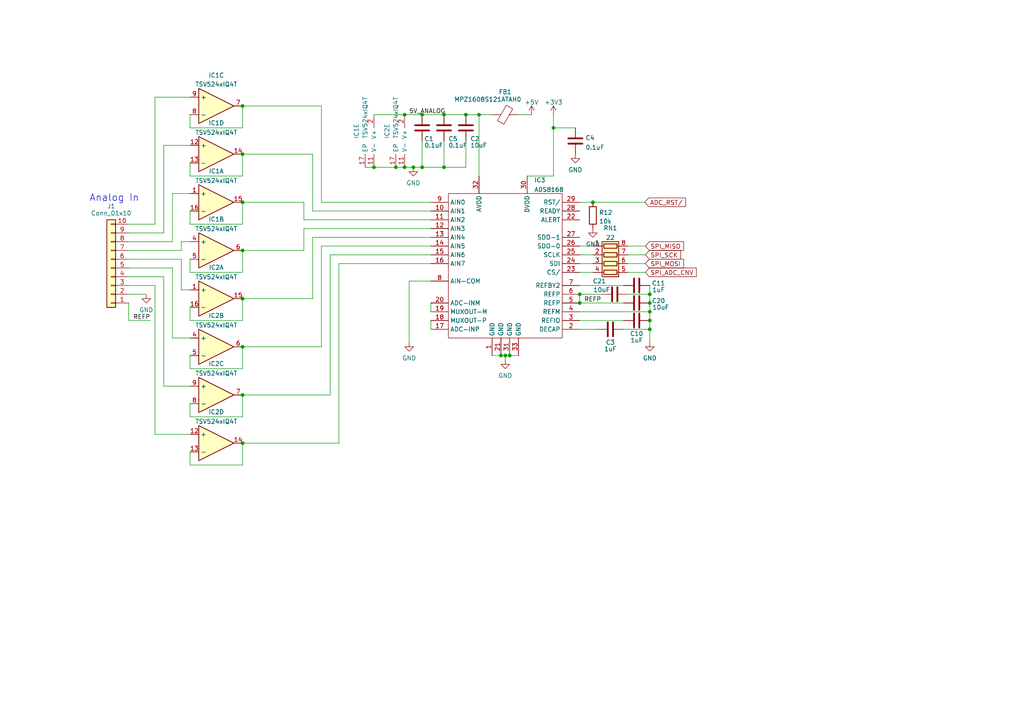
<source format=kicad_sch>
(kicad_sch (version 20211123) (generator eeschema)
  (paper "A4")
  (title_block (title "Bela Mini") (date "2022-05-17") (rev "C2") (company "Augmented Instruments Ltd"))
  (lib_symbols
    (symbol "Amplifier_Operational:TSV524xIQ4T"
      (property "Reference" "U" (at 2.54 5.08 0))
      (property "Value" "TSV524xIQ4T" (at 5.08 -5.08 0))
      (symbol "TSV524xIQ4T_1_1"
        (polyline (pts (xy -5.08 5.08) (xy 5.08 0) (xy -5.08 -5.08) (xy -5.08 5.08)) (stroke (width 0.254)) (fill (type background)))
        (pin input line (at -7.62 2.54 0) (length 2.54) (name "+") (number "1"))
        (pin output line (at 7.62 0 180) (length 2.54) (name "~") (number "15"))
        (pin input line (at -7.62 -2.54 0) (length 2.54) (name "-") (number "16"))
      )
      (symbol "TSV524xIQ4T_2_1"
        (polyline (pts (xy -5.08 5.08) (xy 5.08 0) (xy -5.08 -5.08) (xy -5.08 5.08)) (stroke (width 0.254)) (fill (type background)))
        (pin input line (at -7.62 2.54 0) (length 2.54) (name "+") (number "4"))
        (pin input line (at -7.62 -2.54 0) (length 2.54) (name "-") (number "5"))
        (pin output line (at 7.62 0 180) (length 2.54) (name "~") (number "6"))
      )
      (symbol "TSV524xIQ4T_3_1"
        (polyline (pts (xy -5.08 5.08) (xy 5.08 0) (xy -5.08 -5.08) (xy -5.08 5.08)) (stroke (width 0.254)) (fill (type background)))
        (pin output line (at 7.62 0 180) (length 2.54) (name "~") (number "7"))
        (pin input line (at -7.62 -2.54 0) (length 2.54) (name "-") (number "8"))
        (pin input line (at -7.62 2.54 0) (length 2.54) (name "+") (number "9"))
      )
      (symbol "TSV524xIQ4T_4_1"
        (polyline (pts (xy -5.08 5.08) (xy 5.08 0) (xy -5.08 -5.08) (xy -5.08 5.08)) (stroke (width 0.254)) (fill (type background)))
        (pin input line (at -7.62 2.54 0) (length 2.54) (name "+") (number "12"))
        (pin input line (at -7.62 -2.54 0) (length 2.54) (name "-") (number "13"))
        (pin output line (at 7.62 0 180) (length 2.54) (name "~") (number "14"))
      )
      (symbol "TSV524xIQ4T_5_1"
        (pin no_connect line (at -2.54 0 0) (length 3.81) hide (name "NC") (number "10"))
        (pin power_in line (at 0 -7.62 90) (length 3.81) (name "V-") (number "11"))
        (pin passive line (at -2.54 -7.62 90) (length 3.81) (name "EP") (number "17"))
        (pin power_in line (at 0 7.62 270) (length 3.81) (name "V+") (number "2"))
        (pin no_connect line (at -2.54 2.54 0) (length 3.81) hide (name "NC") (number "3"))
      )
    )
    (symbol "Bela:ADS8168"
      (property "Reference" "IC" (at -5.08 -7.62 0))
      (property "Value" "ADS8168" (at 11.43 -7.62 0))
      (symbol "ADS8168_0_1"
        (rectangle (start -17.78 -8.89) (end 15.24 -50.8) (stroke (width 0.1524)))
      )
      (symbol "ADS8168_1_1"
        (pin power_in line (at -5.08 -55.88 90) (length 5.08) (name "GND") (number "1"))
        (pin input line (at -22.86 -13.97 0) (length 5.08) (name "AIN1") (number "10"))
        (pin input line (at -22.86 -16.51 0) (length 5.08) (name "AIN2") (number "11"))
        (pin input line (at -22.86 -19.05 0) (length 5.08) (name "AIN3") (number "12"))
        (pin input line (at -22.86 -21.59 0) (length 5.08) (name "AIN4") (number "13"))
        (pin input line (at -22.86 -24.13 0) (length 5.08) (name "AIN5") (number "14"))
        (pin input line (at -22.86 -26.67 0) (length 5.08) (name "AIN6") (number "15"))
        (pin input line (at -22.86 -29.21 0) (length 5.08) (name "AIN7") (number "16"))
        (pin input line (at -22.86 -48.26 0) (length 5.08) (name "ADC-INP") (number "17"))
        (pin input line (at -22.86 -45.72 0) (length 5.08) (name "MUXOUT-P") (number "18"))
        (pin input line (at -22.86 -43.18 0) (length 5.08) (name "MUXOUT-M") (number "19"))
        (pin output line (at 20.32 -48.26 180) (length 5.08) (name "DECAP") (number "2"))
        (pin input line (at -22.86 -40.64 0) (length 5.08) (name "ADC-INM") (number "20"))
        (pin power_in line (at -2.54 -55.88 90) (length 5.08) (name "GND") (number "21"))
        (pin output line (at 20.32 -16.51 180) (length 5.08) (name "ALERT") (number "22"))
        (pin input line (at 20.32 -31.75 180) (length 5.08) (name "CS/") (number "23"))
        (pin input line (at 20.32 -29.21 180) (length 5.08) (name "SDI") (number "24"))
        (pin input line (at 20.32 -26.67 180) (length 5.08) (name "SCLK") (number "25"))
        (pin output line (at 20.32 -24.13 180) (length 5.08) (name "SDO-0") (number "26"))
        (pin output line (at 20.32 -21.59 180) (length 5.08) (name "SDO-1") (number "27"))
        (pin output line (at 20.32 -13.97 180) (length 5.08) (name "READY") (number "28"))
        (pin input line (at 20.32 -11.43 180) (length 5.08) (name "RST/") (number "29"))
        (pin output line (at 20.32 -45.72 180) (length 5.08) (name "REFIO") (number "3"))
        (pin power_in line (at 5.08 -3.81 270) (length 5.08) (name "DVDD") (number "30"))
        (pin power_in line (at 0 -55.88 90) (length 5.08) (name "GND") (number "31"))
        (pin power_in line (at -8.89 -3.81 270) (length 5.08) (name "AVDD") (number "32"))
        (pin power_in line (at 2.54 -55.88 90) (length 5.08) (name "GND") (number "33"))
        (pin output line (at 20.32 -43.18 180) (length 5.08) (name "REFM") (number "4"))
        (pin output line (at 20.32 -40.64 180) (length 5.08) (name "REFP") (number "5"))
        (pin output line (at 20.32 -38.1 180) (length 5.08) (name "REFP") (number "6"))
        (pin output line (at 20.32 -35.56 180) (length 5.08) (name "REFBY2") (number "7"))
        (pin input line (at -22.86 -34.29 0) (length 5.08) (name "AIN-COM") (number "8"))
        (pin input line (at -22.86 -11.43 0) (length 5.08) (name "AIN0") (number "9"))
      )
    )
    (symbol "Connector_Generic:Conn_01x10" (pin_names (offset 1.016) hide)
      (property "Reference" "J" (at 0 12.7 0))
      (property "Value" "Conn_01x10" (at 0 -15.24 0))
      (symbol "Conn_01x10_1_1"
        (rectangle (start -1.27 -12.573) (end 0 -12.827) (stroke (width 0.1524)))
        (rectangle (start -1.27 -10.033) (end 0 -10.287) (stroke (width 0.1524)))
        (rectangle (start -1.27 -7.493) (end 0 -7.747) (stroke (width 0.1524)))
        (rectangle (start -1.27 -4.953) (end 0 -5.207) (stroke (width 0.1524)))
        (rectangle (start -1.27 -2.413) (end 0 -2.667) (stroke (width 0.1524)))
        (rectangle (start -1.27 0.127) (end 0 -0.127) (stroke (width 0.1524)))
        (rectangle (start -1.27 2.667) (end 0 2.413) (stroke (width 0.1524)))
        (rectangle (start -1.27 5.207) (end 0 4.953) (stroke (width 0.1524)))
        (rectangle (start -1.27 7.747) (end 0 7.493) (stroke (width 0.1524)))
        (rectangle (start -1.27 10.287) (end 0 10.033) (stroke (width 0.1524)))
        (rectangle (start -1.27 11.43) (end 1.27 -13.97) (stroke (width 0.254)) (fill (type background)))
        (pin passive line (at -5.08 10.16 0) (length 3.81) (name "Pin_1") (number "1"))
        (pin passive line (at -5.08 -12.7 0) (length 3.81) (name "Pin_10") (number "10"))
        (pin passive line (at -5.08 7.62 0) (length 3.81) (name "Pin_2") (number "2"))
        (pin passive line (at -5.08 5.08 0) (length 3.81) (name "Pin_3") (number "3"))
        (pin passive line (at -5.08 2.54 0) (length 3.81) (name "Pin_4") (number "4"))
        (pin passive line (at -5.08 0 0) (length 3.81) (name "Pin_5") (number "5"))
        (pin passive line (at -5.08 -2.54 0) (length 3.81) (name "Pin_6") (number "6"))
        (pin passive line (at -5.08 -5.08 0) (length 3.81) (name "Pin_7") (number "7"))
        (pin passive line (at -5.08 -7.62 0) (length 3.81) (name "Pin_8") (number "8"))
        (pin passive line (at -5.08 -10.16 0) (length 3.81) (name "Pin_9") (number "9"))
      )
    )
    (symbol "Device:C" (pin_numbers hide) (pin_names (offset 0.254))
      (property "Reference" "C" (at 0.635 2.54 0))
      (property "Value" "C" (at 0.635 -2.54 0))
      (symbol "C_0_1"
        (polyline (pts (xy -2.032 -0.762) (xy 2.032 -0.762)) (stroke (width 0.508)))
        (polyline (pts (xy -2.032 0.762) (xy 2.032 0.762)) (stroke (width 0.508)))
      )
      (symbol "C_1_1"
        (pin passive line (at 0 3.81 270) (length 2.794) (name "~") (number "1"))
        (pin passive line (at 0 -3.81 90) (length 2.794) (name "~") (number "2"))
      )
    )
    (symbol "Device:FerriteBead" (pin_numbers hide) (pin_names (offset 0))
      (property "Reference" "FB" (at -3.81 0.635 90))
      (property "Value" "FerriteBead" (at 3.81 0 90))
      (symbol "FerriteBead_0_1"
        (polyline (pts (xy 0 -1.27) (xy 0 -1.2192)))
        (polyline (pts (xy 0 1.27) (xy 0 1.2954)))
        (polyline (pts (xy -2.7686 0.4064) (xy -1.7018 2.2606) (xy 2.7686 -0.3048) (xy 1.6764 -2.159) (xy -2.7686 0.4064)))
      )
      (symbol "FerriteBead_1_1"
        (pin passive line (at 0 3.81 270) (length 2.54) (name "~") (number "1"))
        (pin passive line (at 0 -3.81 90) (length 2.54) (name "~") (number "2"))
      )
    )
    (symbol "Device:R" (pin_numbers hide) (pin_names (offset 0))
      (property "Reference" "R" (at 2.032 0 90))
      (property "Value" "R" (at 0 0 90))
      (symbol "R_0_1"
        (rectangle (start -1.016 -2.54) (end 1.016 2.54) (stroke (width 0.254)))
      )
      (symbol "R_1_1"
        (pin passive line (at 0 3.81 270) (length 1.27) (name "~") (number "1"))
        (pin passive line (at 0 -3.81 90) (length 1.27) (name "~") (number "2"))
      )
    )
    (symbol "Device:R_Pack04" (pin_names (offset 0) hide)
      (property "Reference" "RN" (at -7.62 0 90))
      (property "Value" "R_Pack04" (at 5.08 0 90))
      (symbol "R_Pack04_0_1"
        (rectangle (start -6.35 -2.413) (end 3.81 2.413) (stroke (width 0.254)) (fill (type background)))
        (rectangle (start -5.715 1.905) (end -4.445 -1.905) (stroke (width 0.254)))
        (rectangle (start -3.175 1.905) (end -1.905 -1.905) (stroke (width 0.254)))
        (rectangle (start -0.635 1.905) (end 0.635 -1.905) (stroke (width 0.254)))
        (polyline (pts (xy -5.08 -2.54) (xy -5.08 -1.905)))
        (polyline (pts (xy -5.08 1.905) (xy -5.08 2.54)))
        (polyline (pts (xy -2.54 -2.54) (xy -2.54 -1.905)))
        (polyline (pts (xy -2.54 1.905) (xy -2.54 2.54)))
        (polyline (pts (xy 0 -2.54) (xy 0 -1.905)))
        (polyline (pts (xy 0 1.905) (xy 0 2.54)))
        (polyline (pts (xy 2.54 -2.54) (xy 2.54 -1.905)))
        (polyline (pts (xy 2.54 1.905) (xy 2.54 2.54)))
        (rectangle (start 1.905 1.905) (end 3.175 -1.905) (stroke (width 0.254)))
      )
      (symbol "R_Pack04_1_1"
        (pin passive line (at -5.08 -5.08 90) (length 2.54) (name "R1.1") (number "1"))
        (pin passive line (at -2.54 -5.08 90) (length 2.54) (name "R2.1") (number "2"))
        (pin passive line (at 0 -5.08 90) (length 2.54) (name "R3.1") (number "3"))
        (pin passive line (at 2.54 -5.08 90) (length 2.54) (name "R4.1") (number "4"))
        (pin passive line (at 2.54 5.08 270) (length 2.54) (name "R4.2") (number "5"))
        (pin passive line (at 0 5.08 270) (length 2.54) (name "R3.2") (number "6"))
        (pin passive line (at -2.54 5.08 270) (length 2.54) (name "R2.2") (number "7"))
        (pin passive line (at -5.08 5.08 270) (length 2.54) (name "R1.2") (number "8"))
      )
    )
    (symbol "power:+3V3" (power) (pin_names (offset 0))
      (property "Value" "+3V3" (at 0 3.556 0))
      (symbol "+3V3_0_1"
        (polyline (pts (xy -0.762 1.27) (xy 0 2.54)))
        (polyline (pts (xy 0 0) (xy 0 2.54)))
        (polyline (pts (xy 0 2.54) (xy 0.762 1.27)))
      )
      (symbol "+3V3_1_1"
        (pin power_in line (at 0 0 90) (length 0) hide (name "+3V3") (number "1"))
      )
    )
    (symbol "power:+5V" (power) (pin_names (offset 0))
      (property "Value" "+5V" (at 0 3.556 0))
      (symbol "+5V_0_1"
        (polyline (pts (xy -0.762 1.27) (xy 0 2.54)))
        (polyline (pts (xy 0 0) (xy 0 2.54)))
        (polyline (pts (xy 0 2.54) (xy 0.762 1.27)))
      )
      (symbol "+5V_1_1"
        (pin power_in line (at 0 0 90) (length 0) hide (name "+5V") (number "1"))
      )
    )
    (symbol "power:GND" (power) (pin_names (offset 0))
      (property "Value" "GND" (at 0 -3.81 0))
      (symbol "GND_0_1"
        (polyline (pts (xy 0 0) (xy 0 -1.27) (xy 1.27 -1.27) (xy 0 -2.54) (xy -1.27 -1.27) (xy 0 -1.27)))
      )
      (symbol "GND_1_1"
        (pin power_in line (at 0 0 270) (length 0) hide (name "GND") (number "1"))
      )
    )
  )
  (junction (at 147.828 103.124))
  (junction (at 168.148 85.344))
  (junction (at 108.458 48.514))
  (junction (at 70.358 114.554))
  (junction (at 114.808 48.514))
  (junction (at 145.288 103.124))
  (junction (at 188.468 95.504))
  (junction (at 70.358 58.674))
  (junction (at 128.778 33.274))
  (junction (at 70.358 128.524))
  (junction (at 188.468 85.344))
  (junction (at 188.468 90.424))
  (junction (at 117.348 33.274))
  (junction (at 168.148 87.884))
  (junction (at 160.528 37.084))
  (junction (at 70.358 72.644))
  (junction (at 70.358 86.614))
  (junction (at 117.348 48.514))
  (junction (at 119.888 48.514))
  (junction (at 171.958 58.674))
  (junction (at 135.128 33.274))
  (junction (at 128.778 48.514))
  (junction (at 146.558 103.124))
  (junction (at 188.468 92.964))
  (junction (at 70.358 30.734))
  (junction (at 70.358 100.584))
  (junction (at 188.468 87.884))
  (junction (at 138.938 33.274))
  (junction (at 122.428 48.514))
  (junction (at 122.428 33.274))
  (junction (at 70.358 44.704))
  (wire (pts (xy 37.338 65.024) (xy 44.958 65.024)))
  (wire (pts (xy 138.938 33.274) (xy 138.938 51.054)))
  (wire (pts (xy 93.218 71.374) (xy 93.218 100.584)))
  (wire (pts (xy 188.468 82.804) (xy 188.468 85.344)))
  (wire (pts (xy 70.358 51.054) (xy 70.358 44.704)))
  (wire (pts (xy 55.118 61.214) (xy 55.118 65.024)))
  (wire (pts (xy 88.138 66.294) (xy 88.138 72.644)))
  (wire (pts (xy 122.428 33.274) (xy 128.778 33.274)))
  (wire (pts (xy 188.468 90.424) (xy 188.468 87.884)))
  (wire (pts (xy 37.338 77.724) (xy 50.038 77.724)))
  (wire (pts (xy 70.358 86.614) (xy 90.678 86.614)))
  (wire (pts (xy 142.748 103.124) (xy 145.288 103.124)))
  (wire (pts (xy 70.358 37.084) (xy 70.358 30.734)))
  (wire (pts (xy 52.578 84.074) (xy 55.118 84.074)))
  (wire (pts (xy 55.118 125.984) (xy 44.958 125.984)))
  (wire (pts (xy 168.148 87.884) (xy 180.848 87.884)))
  (wire (pts (xy 55.118 47.244) (xy 55.118 51.054)))
  (wire (pts (xy 93.218 30.734) (xy 93.218 58.674)))
  (wire (pts (xy 117.348 48.514) (xy 119.888 48.514)))
  (wire (pts (xy 47.498 67.564) (xy 47.498 42.164)))
  (wire (pts (xy 37.338 92.964) (xy 43.688 92.964)))
  (wire (pts (xy 150.368 33.274) (xy 154.178 33.274)))
  (wire (pts (xy 55.118 131.064) (xy 55.118 134.874)))
  (wire (pts (xy 50.038 77.724) (xy 50.038 98.044)))
  (wire (pts (xy 90.678 68.834) (xy 124.968 68.834)))
  (wire (pts (xy 88.138 63.754) (xy 124.968 63.754)))
  (wire (pts (xy 55.118 37.084) (xy 70.358 37.084)))
  (wire (pts (xy 70.358 114.554) (xy 95.758 114.554)))
  (wire (pts (xy 52.578 70.104) (xy 55.118 70.104)))
  (wire (pts (xy 145.288 103.124) (xy 146.558 103.124)))
  (wire (pts (xy 50.038 56.134) (xy 55.118 56.134)))
  (wire (pts (xy 108.458 33.274) (xy 117.348 33.274)))
  (wire (pts (xy 168.148 78.994) (xy 171.958 78.994)))
  (wire (pts (xy 44.958 125.984) (xy 44.958 82.804)))
  (wire (pts (xy 105.918 48.514) (xy 108.458 48.514)))
  (wire (pts (xy 37.338 80.264) (xy 47.498 80.264)))
  (wire (pts (xy 44.958 28.194) (xy 55.118 28.194)))
  (wire (pts (xy 135.128 33.274) (xy 138.938 33.274)))
  (wire (pts (xy 182.118 76.454) (xy 187.198 76.454)))
  (wire (pts (xy 118.6688 81.534) (xy 118.6688 99.314)))
  (wire (pts (xy 124.968 87.884) (xy 124.968 90.424)))
  (wire (pts (xy 37.338 87.884) (xy 37.338 92.964)))
  (wire (pts (xy 47.498 112.014) (xy 55.118 112.014)))
  (wire (pts (xy 70.358 134.874) (xy 70.358 128.524)))
  (wire (pts (xy 168.148 82.804) (xy 180.848 82.804)))
  (wire (pts (xy 160.528 37.084) (xy 160.528 51.054)))
  (wire (pts (xy 90.678 86.614) (xy 90.678 68.834)))
  (wire (pts (xy 135.128 48.514) (xy 135.128 40.894)))
  (wire (pts (xy 168.148 58.674) (xy 171.958 58.674)))
  (wire (pts (xy 160.528 33.274) (xy 160.528 37.084)))
  (wire (pts (xy 114.808 48.514) (xy 117.348 48.514)))
  (wire (pts (xy 44.958 65.024) (xy 44.958 28.194)))
  (wire (pts (xy 168.148 92.964) (xy 180.848 92.964)))
  (wire (pts (xy 47.498 42.164) (xy 55.118 42.164)))
  (wire (pts (xy 128.778 33.274) (xy 135.128 33.274)))
  (wire (pts (xy 93.218 58.674) (xy 124.968 58.674)))
  (wire (pts (xy 168.148 90.424) (xy 188.468 90.424)))
  (wire (pts (xy 146.558 103.124) (xy 147.828 103.124)))
  (wire (pts (xy 70.358 65.024) (xy 70.358 58.674)))
  (wire (pts (xy 50.038 70.104) (xy 50.038 56.134)))
  (wire (pts (xy 160.528 37.084) (xy 166.878 37.084)))
  (wire (pts (xy 188.468 95.504) (xy 188.468 99.314)))
  (wire (pts (xy 128.778 48.514) (xy 135.128 48.514)))
  (wire (pts (xy 55.118 51.054) (xy 70.358 51.054)))
  (wire (pts (xy 124.968 76.454) (xy 98.298 76.454)))
  (wire (pts (xy 138.938 33.274) (xy 142.748 33.274)))
  (wire (pts (xy 182.118 85.344) (xy 188.468 85.344)))
  (wire (pts (xy 182.118 78.994) (xy 187.198 78.994)))
  (wire (pts (xy 52.578 72.644) (xy 52.578 70.104)))
  (wire (pts (xy 124.968 61.214) (xy 90.678 61.214)))
  (wire (pts (xy 95.758 73.914) (xy 124.968 73.914)))
  (wire (pts (xy 168.148 71.374) (xy 171.958 71.374)))
  (wire (pts (xy 95.758 114.554) (xy 95.758 73.914)))
  (wire (pts (xy 180.848 95.504) (xy 188.468 95.504)))
  (wire (pts (xy 117.348 33.274) (xy 122.428 33.274)))
  (wire (pts (xy 122.428 40.894) (xy 122.428 48.514)))
  (wire (pts (xy 37.338 75.184) (xy 52.578 75.184)))
  (wire (pts (xy 182.118 73.914) (xy 187.198 73.914)))
  (wire (pts (xy 37.338 70.104) (xy 50.038 70.104)))
  (wire (pts (xy 124.968 92.964) (xy 124.968 95.504)))
  (wire (pts (xy 70.358 106.934) (xy 70.358 100.584)))
  (wire (pts (xy 168.148 76.454) (xy 171.958 76.454)))
  (wire (pts (xy 55.118 65.024) (xy 70.358 65.024)))
  (wire (pts (xy 128.778 40.894) (xy 128.778 48.514)))
  (wire (pts (xy 70.358 30.734) (xy 93.218 30.734)))
  (wire (pts (xy 55.118 103.124) (xy 55.118 106.934)))
  (wire (pts (xy 55.118 120.904) (xy 70.358 120.904)))
  (wire (pts (xy 70.358 120.904) (xy 70.358 114.554)))
  (wire (pts (xy 55.118 117.094) (xy 55.118 120.904)))
  (wire (pts (xy 98.298 76.454) (xy 98.298 128.524)))
  (wire (pts (xy 124.968 71.374) (xy 93.218 71.374)))
  (wire (pts (xy 70.358 78.994) (xy 70.358 72.644)))
  (wire (pts (xy 124.968 66.294) (xy 88.138 66.294)))
  (wire (pts (xy 55.118 33.274) (xy 55.118 37.084)))
  (wire (pts (xy 188.468 95.504) (xy 188.468 92.964)))
  (wire (pts (xy 108.458 48.514) (xy 114.808 48.514)))
  (wire (pts (xy 122.428 48.514) (xy 128.778 48.514)))
  (wire (pts (xy 55.118 78.994) (xy 70.358 78.994)))
  (wire (pts (xy 70.358 58.674) (xy 88.138 58.674)))
  (wire (pts (xy 152.908 51.054) (xy 160.528 51.054)))
  (wire (pts (xy 119.888 48.514) (xy 122.428 48.514)))
  (wire (pts (xy 171.958 58.674) (xy 187.0456 58.674)))
  (wire (pts (xy 52.578 75.184) (xy 52.578 84.074)))
  (wire (pts (xy 90.678 44.704) (xy 70.358 44.704)))
  (wire (pts (xy 55.118 106.934) (xy 70.358 106.934)))
  (wire (pts (xy 93.218 100.584) (xy 70.358 100.584)))
  (wire (pts (xy 168.148 73.914) (xy 171.958 73.914)))
  (wire (pts (xy 168.148 85.344) (xy 168.148 87.884)))
  (wire (pts (xy 98.298 128.524) (xy 70.358 128.524)))
  (wire (pts (xy 188.468 90.424) (xy 188.468 92.964)))
  (wire (pts (xy 44.958 82.804) (xy 37.338 82.804)))
  (wire (pts (xy 37.338 85.344) (xy 42.418 85.344)))
  (wire (pts (xy 70.358 92.964) (xy 70.358 86.614)))
  (wire (pts (xy 55.118 92.964) (xy 70.358 92.964)))
  (wire (pts (xy 90.678 61.214) (xy 90.678 44.704)))
  (wire (pts (xy 146.558 103.124) (xy 146.558 104.394)))
  (wire (pts (xy 37.338 72.644) (xy 52.578 72.644)))
  (wire (pts (xy 88.138 72.644) (xy 70.358 72.644)))
  (wire (pts (xy 88.138 58.674) (xy 88.138 63.754)))
  (wire (pts (xy 50.038 98.044) (xy 55.118 98.044)))
  (wire (pts (xy 182.118 71.374) (xy 187.198 71.374)))
  (wire (pts (xy 124.968 81.534) (xy 118.6688 81.534)))
  (wire (pts (xy 47.498 80.264) (xy 47.498 112.014)))
  (wire (pts (xy 55.118 134.874) (xy 70.358 134.874)))
  (wire (pts (xy 37.338 67.564) (xy 47.498 67.564)))
  (wire (pts (xy 55.118 75.184) (xy 55.118 78.994)))
  (wire (pts (xy 55.118 89.154) (xy 55.118 92.964)))
  (wire (pts (xy 168.148 85.344) (xy 174.498 85.344)))
  (wire (pts (xy 147.828 103.124) (xy 150.368 103.124)))
  (wire (pts (xy 168.148 95.504) (xy 173.228 95.504)))
  (wire (pts (xy 188.468 85.344) (xy 188.468 87.884)))
  (text "Analog In" (at 25.908 58.674 0) (effects (font (size 2 2)) (justify left bottom)))
  (label "REFP" (at 38.608 92.964 0))
  (label "REFP" (at 169.418 87.884 0))
  (label "5V_ANALOG" (at 118.618 33.274 0))
  (global_label "SPI_ADC_CNV" (shape input) (at 187.198 78.994 0) (property "Intersheet References" "${INTERSHEET_REFS}" (effects hide)))
  (global_label "SPI_MOSI" (shape input) (at 187.198 76.454 0) (property "Intersheet References" "${INTERSHEET_REFS}" (effects hide)))
  (global_label "SPI_SCK" (shape input) (at 187.198 73.914 0) (property "Intersheet References" "${INTERSHEET_REFS}" (effects hide)))
  (global_label "SPI_MISO" (shape input) (at 187.198 71.374 0) (property "Intersheet References" "${INTERSHEET_REFS}" (effects hide)))
  (global_label "ADC_RST{slash}" (shape input) (at 187.0456 58.674 0) (property "Intersheet References" "${INTERSHEET_REFS}" (effects hide)))
  (symbol (lib_id "Device:C") (at 128.778 37.084 180) (unit 1)
    (property "Reference" "C5" (at 130.048 40.259 0) (effects (justify right)))
    (property "Value" "0.1uF" (at 130.048 42.164 0) (effects (justify right)))
    (property "Footprint" "Capacitor_SMD:C_0603_1608Metric" (effects hide))
  )
  (symbol (lib_id "Amplifier_Operational:TSV524xIQ4T") (at 62.738 30.734 0) (unit 3)
    (property "Reference" "IC1" (at 62.738 21.844 0))
    (property "Value" "TSV524xIQ4T" (at 62.738 24.4626 0))
    (property "Footprint" "Package_DFN_QFN:QFN-16-1EP_3x3mm_P0.5mm_EP1.7x1.7mm" (effects hide))
    (property "Datasheet" "https://www.st.com/resource/en/datasheet/tsv521.pdf" (effects hide))
  )
  (symbol (lib_id "Device:C") (at 122.428 37.084 180) (unit 1)
    (property "Reference" "C1" (at 123.063 40.259 0) (effects (justify right)))
    (property "Value" "0.1uF" (at 123.063 42.164 0) (effects (justify right)))
    (property "Footprint" "Capacitor_SMD:C_0603_1608Metric" (effects hide))
  )
  (symbol (lib_id "Device:C") (at 184.658 82.804 90) (unit 1)
    (property "Reference" "C11" (at 191.008 82.169 90))
    (property "Value" "1uF" (at 191.008 84.074 90))
    (property "Footprint" "Capacitor_SMD:C_0603_1608Metric" (effects hide))
  )
  (symbol (lib_id "Device:C") (at 166.878 40.894 180) (unit 1)
    (property "Reference" "C4" (at 169.799 39.9855 0) (effects (justify right)))
    (property "Value" "0.1uF" (at 169.799 42.7606 0) (effects (justify right)))
    (property "Footprint" "Capacitor_SMD:C_0603_1608Metric" (effects hide))
  )
  (symbol (lib_id "power:GND") (at 42.418 85.344 0) (unit 1)
    (property "Reference" "#PWR0101" (effects hide))
    (property "Value" "GND" (at 42.418 89.9065 0))
  )
  (symbol (lib_id "Device:C") (at 178.308 85.344 90) (unit 1)
    (property "Reference" "C21" (at 173.863 81.534 90))
    (property "Value" "10uF" (at 174.498 84.074 90))
    (property "Footprint" "Capacitor_SMD:C_0603_1608Metric" (effects hide))
  )
  (symbol (lib_id "Device:C") (at 177.038 95.504 90) (unit 1)
    (property "Reference" "C3" (at 177.038 99.314 90))
    (property "Value" "1uF" (at 177.038 101.219 90))
    (property "Footprint" "Capacitor_SMD:C_0603_1608Metric" (effects hide))
  )
  (symbol (lib_id "power:GND") (at 146.558 104.394 0) (unit 1)
    (property "Reference" "#PWR0107" (effects hide))
    (property "Value" "GND" (at 146.558 108.9565 0))
  )
  (symbol (lib_id "Connector_Generic:Conn_01x10") (at 32.258 77.724 180) (unit 1)
    (property "Reference" "J1" (at 32.258 59.7875 0))
    (property "Value" "Conn_01x10" (at 32.258 61.849 0))
    (property "Footprint" "Connector_PinHeader_2.54mm:PinHeader_1x10_P2.54mm_Vertical" (effects hide))
  )
  (symbol (lib_id "Bela:ADS8168") (at 147.828 47.244 0) (unit 1)
    (property "Reference" "IC3" (at 154.9274 52.2183 0) (effects (justify left)))
    (property "Value" "ADS8168" (at 154.9274 54.9934 0) (effects (justify left)))
    (property "Footprint" "Package_DFN_QFN:VQFN-32-1EP_5x5mm_P0.5mm_EP3.5x3.5mm" (effects hide))
  )
  (symbol (lib_id "power:GND") (at 119.888 48.514 0) (unit 1)
    (property "Reference" "#PWR0108" (effects hide))
    (property "Value" "GND" (at 119.888 53.0765 0))
  )
  (symbol (lib_id "Device:FerriteBead") (at 146.558 33.274 90) (unit 1)
    (property "Reference" "FB1" (at 146.5072 26.6659 90))
    (property "Value" "MPZ1608S121ATAH0" (at 141.478 28.829 90))
    (property "Footprint" "Inductor_SMD:L_0603_1608Metric" (effects hide))
  )
  (symbol (lib_id "Amplifier_Operational:TSV524xIQ4T") (at 108.458 40.894 0) (unit 5)
    (property "Reference" "IC1" (at 103.378 40.259 90) (effects (justify left)))
    (property "Value" "TSV524xIQ4T" (at 105.918 40.259 90) (effects (justify left)))
    (property "Footprint" "Package_DFN_QFN:QFN-16-1EP_3x3mm_P0.5mm_EP1.7x1.7mm" (effects hide))
    (property "Datasheet" "https://www.st.com/resource/en/datasheet/tsv521.pdf" (effects hide))
  )
  (symbol (lib_id "Amplifier_Operational:TSV524xIQ4T") (at 62.738 100.584 0) (unit 2)
    (property "Reference" "IC2" (at 62.738 91.5375 0))
    (property "Value" "TSV524xIQ4T" (at 62.738 94.3126 0))
    (property "Footprint" "Package_DFN_QFN:QFN-16-1EP_3x3mm_P0.5mm_EP1.7x1.7mm" (effects hide))
    (property "Datasheet" "https://www.st.com/resource/en/datasheet/tsv521.pdf" (effects hide))
  )
  (symbol (lib_id "Amplifier_Operational:TSV524xIQ4T") (at 117.348 40.894 0) (unit 5)
    (property "Reference" "IC2" (at 112.268 40.259 90) (effects (justify left)))
    (property "Value" "TSV524xIQ4T" (at 114.808 40.259 90) (effects (justify left)))
    (property "Footprint" "Package_DFN_QFN:QFN-16-1EP_3x3mm_P0.5mm_EP1.7x1.7mm" (effects hide))
    (property "Datasheet" "https://www.st.com/resource/en/datasheet/tsv521.pdf" (effects hide))
  )
  (symbol (lib_id "power:GND") (at 188.468 99.314 0) (unit 1)
    (property "Reference" "#PWR0106" (effects hide))
    (property "Value" "GND" (at 188.468 103.8765 0))
  )
  (symbol (lib_id "Amplifier_Operational:TSV524xIQ4T") (at 62.738 86.614 0) (unit 1)
    (property "Reference" "IC2" (at 62.738 77.5675 0))
    (property "Value" "TSV524xIQ4T" (at 62.738 80.3426 0))
    (property "Footprint" "Package_DFN_QFN:QFN-16-1EP_3x3mm_P0.5mm_EP1.7x1.7mm" (effects hide))
    (property "Datasheet" "https://www.st.com/resource/en/datasheet/tsv521.pdf" (effects hide))
  )
  (symbol (lib_id "power:+5V") (at 154.178 33.274 0) (unit 1)
    (property "Reference" "#PWR0102" (effects hide))
    (property "Value" "+5V" (at 154.178 29.6695 0))
  )
  (symbol (lib_id "Amplifier_Operational:TSV524xIQ4T") (at 62.738 58.674 0) (unit 1)
    (property "Reference" "IC1" (at 62.738 49.6275 0))
    (property "Value" "TSV524xIQ4T" (at 62.738 52.4026 0))
    (property "Footprint" "Package_DFN_QFN:QFN-16-1EP_3x3mm_P0.5mm_EP1.7x1.7mm" (effects hide))
    (property "Datasheet" "https://www.st.com/resource/en/datasheet/tsv521.pdf" (effects hide))
  )
  (symbol (lib_id "power:+3V3") (at 160.528 33.274 0) (unit 1)
    (property "Reference" "#PWR0103" (effects hide))
    (property "Value" "+3V3" (at 160.528 29.6695 0))
  )
  (symbol (lib_id "Amplifier_Operational:TSV524xIQ4T") (at 62.738 128.524 0) (unit 4)
    (property "Reference" "IC2" (at 62.738 119.4775 0))
    (property "Value" "TSV524xIQ4T" (at 62.738 122.2526 0))
    (property "Footprint" "Package_DFN_QFN:QFN-16-1EP_3x3mm_P0.5mm_EP1.7x1.7mm" (effects hide))
    (property "Datasheet" "https://www.st.com/resource/en/datasheet/tsv521.pdf" (effects hide))
  )
  (symbol (lib_id "power:GND") (at 171.958 66.294 0) (unit 1)
    (property "Reference" "#PWR0138" (effects hide))
    (property "Value" "GND" (at 171.958 70.8565 0))
  )
  (symbol (lib_id "Device:C") (at 184.658 87.884 90) (unit 1)
    (property "Reference" "C20" (at 191.008 87.249 90))
    (property "Value" "10uF" (at 191.643 89.154 90))
    (property "Footprint" "Capacitor_SMD:C_0603_1608Metric" (effects hide))
  )
  (symbol (lib_id "Device:R_Pack04") (at 177.038 76.454 270) (unit 1)
    (property "Reference" "RN1" (at 177.038 66.1375 90))
    (property "Value" "22" (at 177.038 68.9126 90))
    (property "Footprint" "Resistor_SMD:R_Array_Concave_4x0603" (effects hide))
  )
  (symbol (lib_id "Amplifier_Operational:TSV524xIQ4T") (at 62.738 44.704 0) (unit 4)
    (property "Reference" "IC1" (at 62.738 35.6575 0))
    (property "Value" "TSV524xIQ4T" (at 62.738 38.4326 0))
    (property "Footprint" "Package_DFN_QFN:QFN-16-1EP_3x3mm_P0.5mm_EP1.7x1.7mm" (effects hide))
    (property "Datasheet" "https://www.st.com/resource/en/datasheet/tsv521.pdf" (effects hide))
  )
  (symbol (lib_id "power:GND") (at 166.878 44.704 0) (unit 1)
    (property "Reference" "#PWR0104" (effects hide))
    (property "Value" "GND" (at 166.878 49.2665 0))
  )
  (symbol (lib_id "power:GND") (at 118.6688 99.314 0) (unit 1)
    (property "Reference" "#PWR0105" (effects hide))
    (property "Value" "GND" (at 118.6688 103.8765 0))
  )
  (symbol (lib_id "Amplifier_Operational:TSV524xIQ4T") (at 62.738 114.554 0) (unit 3)
    (property "Reference" "IC2" (at 62.738 105.5075 0))
    (property "Value" "TSV524xIQ4T" (at 62.738 108.2826 0))
    (property "Footprint" "Package_DFN_QFN:QFN-16-1EP_3x3mm_P0.5mm_EP1.7x1.7mm" (effects hide))
    (property "Datasheet" "https://www.st.com/resource/en/datasheet/tsv521.pdf" (effects hide))
  )
  (symbol (lib_id "Amplifier_Operational:TSV524xIQ4T") (at 62.738 72.644 0) (unit 2)
    (property "Reference" "IC1" (at 62.738 63.5975 0))
    (property "Value" "TSV524xIQ4T" (at 62.738 66.3726 0))
    (property "Footprint" "Package_DFN_QFN:QFN-16-1EP_3x3mm_P0.5mm_EP1.7x1.7mm" (effects hide))
    (property "Datasheet" "https://www.st.com/resource/en/datasheet/tsv521.pdf" (effects hide))
  )
  (symbol (lib_id "Device:C") (at 184.658 92.964 90) (unit 1)
    (property "Reference" "C10" (at 184.658 96.774 90))
    (property "Value" "1uF" (at 184.658 98.679 90))
    (property "Footprint" "Capacitor_SMD:C_0603_1608Metric" (effects hide))
  )
  (symbol (lib_id "Device:C") (at 135.128 37.084 180) (unit 1)
    (property "Reference" "C2" (at 136.398 40.259 0) (effects (justify right)))
    (property "Value" "10uF" (at 136.398 42.164 0) (effects (justify right)))
    (property "Footprint" "Capacitor_SMD:C_0603_1608Metric" (effects hide))
  )
  (symbol (lib_id "Device:R") (at 171.958 62.484 180) (unit 1)
    (property "Reference" "R12" (at 173.736 61.6493 0) (effects (justify right)))
    (property "Value" "10k" (at 173.736 64.1862 0) (effects (justify right)))
    (property "Footprint" "Resistor_SMD:R_0603_1608Metric" (effects hide))
  )
)
</source>
